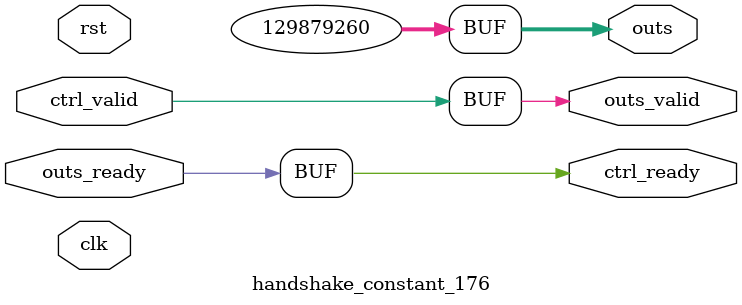
<source format=v>
`timescale 1ns / 1ps
module handshake_constant_176 #(
  parameter DATA_WIDTH = 32  // Default set to 32 bits
) (
  input                       clk,
  input                       rst,
  // Input Channel
  input                       ctrl_valid,
  output                      ctrl_ready,
  // Output Channel
  output [DATA_WIDTH - 1 : 0] outs,
  output                      outs_valid,
  input                       outs_ready
);
  assign outs       = 27'b111101111011100110011011100;
  assign outs_valid = ctrl_valid;
  assign ctrl_ready = outs_ready;

endmodule

</source>
